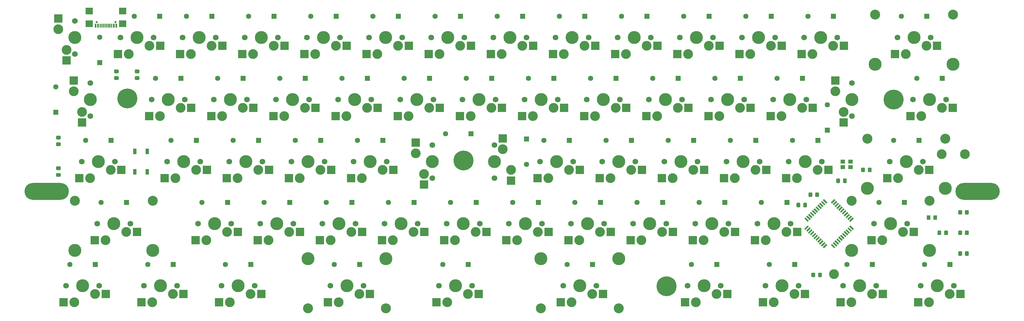
<source format=gbr>
G04 #@! TF.GenerationSoftware,KiCad,Pcbnew,(5.1.6)-1*
G04 #@! TF.CreationDate,2020-07-30T14:32:44-07:00*
G04 #@! TF.ProjectId,keyboard_test6,6b657962-6f61-4726-945f-74657374362e,rev?*
G04 #@! TF.SameCoordinates,Original*
G04 #@! TF.FileFunction,Soldermask,Bot*
G04 #@! TF.FilePolarity,Negative*
%FSLAX46Y46*%
G04 Gerber Fmt 4.6, Leading zero omitted, Abs format (unit mm)*
G04 Created by KiCad (PCBNEW (5.1.6)-1) date 2020-07-30 14:32:44*
%MOMM*%
%LPD*%
G01*
G04 APERTURE LIST*
%ADD10C,3.000000*%
%ADD11C,0.650000*%
%ADD12R,2.180000X2.000000*%
%ADD13R,0.300000X1.150000*%
%ADD14R,0.600000X1.150000*%
%ADD15C,1.600000*%
%ADD16R,1.600000X1.600000*%
%ADD17O,13.600000X5.200000*%
%ADD18C,6.100000*%
%ADD19C,3.987800*%
%ADD20C,3.048000*%
%ADD21R,2.550000X2.500000*%
%ADD22C,1.750000*%
%ADD23R,2.500000X2.550000*%
%ADD24R,1.000000X1.700000*%
%ADD25C,0.100000*%
%ADD26R,1.400000X1.200000*%
G04 APERTURE END LIST*
D10*
X426146000Y-183534000D03*
X419034000Y-183534000D03*
X386014000Y-220364000D03*
D11*
X165752000Y-143000000D03*
X159972000Y-143000000D03*
D12*
X167972000Y-139570000D03*
X157752000Y-139570000D03*
X167972000Y-143500000D03*
X157752000Y-143500000D03*
D13*
X163112000Y-144075000D03*
X162612000Y-144075000D03*
X163612000Y-144075000D03*
X162112000Y-144075000D03*
X164112000Y-144075000D03*
X161612000Y-144075000D03*
X164612000Y-144075000D03*
X161112000Y-144075000D03*
D14*
X166062000Y-144075000D03*
X165262000Y-144075000D03*
X160462000Y-144075000D03*
X159662000Y-144075000D03*
D15*
X339938000Y-141212000D03*
D16*
X347738000Y-141212000D03*
D15*
X171488000Y-141212000D03*
D16*
X179288000Y-141212000D03*
D15*
X187538000Y-141212000D03*
D16*
X195338000Y-141212000D03*
D15*
X206588000Y-141212000D03*
D16*
X214388000Y-141212000D03*
D15*
X225638000Y-141212000D03*
D16*
X233438000Y-141212000D03*
D15*
X244688000Y-141212000D03*
D16*
X252488000Y-141212000D03*
D15*
X263738000Y-141212000D03*
D16*
X271538000Y-141212000D03*
D15*
X282788000Y-141212000D03*
D16*
X290588000Y-141212000D03*
D15*
X301838000Y-141212000D03*
D16*
X309638000Y-141212000D03*
D15*
X320888000Y-141212000D03*
D16*
X328688000Y-141212000D03*
D15*
X182775000Y-179312000D03*
D16*
X190575000Y-179312000D03*
D15*
X342319000Y-217412000D03*
D16*
X350119000Y-217412000D03*
D15*
X199444000Y-217412000D03*
D16*
X207244000Y-217412000D03*
D15*
X268500000Y-198362000D03*
D16*
X276300000Y-198362000D03*
D15*
X232781000Y-217412000D03*
D16*
X240581000Y-217412000D03*
D15*
X406612000Y-141212000D03*
D16*
X414412000Y-141212000D03*
D15*
X411375000Y-160262000D03*
D16*
X419175000Y-160262000D03*
D15*
X230400000Y-198362000D03*
D16*
X238200000Y-198362000D03*
D15*
X156581000Y-179312000D03*
D16*
X164381000Y-179312000D03*
D15*
X368512000Y-160262000D03*
D16*
X376312000Y-160262000D03*
D15*
X325650000Y-198362000D03*
D16*
X333450000Y-198362000D03*
D15*
X266119000Y-217412000D03*
D16*
X273919000Y-217412000D03*
D15*
X413756000Y-217412000D03*
D16*
X421556000Y-217412000D03*
D15*
X151819000Y-217412000D03*
D16*
X159619000Y-217412000D03*
D15*
X220875000Y-179312000D03*
D16*
X228675000Y-179312000D03*
D15*
X344700000Y-198362000D03*
D16*
X352500000Y-198362000D03*
D15*
X216112000Y-160262000D03*
D16*
X223912000Y-160262000D03*
D15*
X404231000Y-179312000D03*
D16*
X412031000Y-179312000D03*
D15*
X378038000Y-141212000D03*
D16*
X385838000Y-141212000D03*
D15*
X160970000Y-147630000D03*
D16*
X160970000Y-155430000D03*
D15*
X239925000Y-179312000D03*
D16*
X247725000Y-179312000D03*
D15*
X266975000Y-177312000D03*
D16*
X274775000Y-177312000D03*
X291780000Y-178872000D03*
D15*
X291780000Y-186672000D03*
X311362000Y-160262000D03*
D16*
X319162000Y-160262000D03*
D15*
X297075000Y-179312000D03*
D16*
X304875000Y-179312000D03*
D15*
X316125000Y-179312000D03*
D16*
X323925000Y-179312000D03*
D15*
X335175000Y-179312000D03*
D16*
X342975000Y-179312000D03*
D15*
X306600000Y-198362000D03*
D16*
X314400000Y-198362000D03*
D15*
X389944000Y-217412000D03*
D16*
X397744000Y-217412000D03*
D15*
X358988000Y-141212000D03*
D16*
X366788000Y-141212000D03*
D15*
X287550000Y-198362000D03*
D16*
X295350000Y-198362000D03*
D15*
X330412000Y-160262000D03*
D16*
X338212000Y-160262000D03*
D15*
X383968000Y-168362000D03*
D16*
X383968000Y-176162000D03*
D15*
X349462000Y-160262000D03*
D16*
X357262000Y-160262000D03*
D15*
X178012000Y-160262000D03*
D16*
X185812000Y-160262000D03*
D15*
X373275000Y-179312000D03*
D16*
X381075000Y-179312000D03*
D15*
X235162000Y-160262000D03*
D16*
X242962000Y-160262000D03*
D15*
X201825000Y-179312000D03*
D16*
X209625000Y-179312000D03*
D15*
X354225000Y-179312000D03*
D16*
X362025000Y-179312000D03*
D15*
X399800000Y-198362000D03*
D16*
X407600000Y-198362000D03*
D15*
X161344000Y-198362000D03*
D16*
X169144000Y-198362000D03*
D15*
X363750000Y-198362000D03*
D16*
X371550000Y-198362000D03*
D15*
X304219000Y-217412000D03*
D16*
X312019000Y-217412000D03*
D15*
X254212000Y-160262000D03*
D16*
X262012000Y-160262000D03*
D15*
X147500000Y-162862000D03*
D16*
X147500000Y-170662000D03*
D15*
X292312000Y-160262000D03*
D16*
X300112000Y-160262000D03*
D15*
X249450000Y-198362000D03*
D16*
X257250000Y-198362000D03*
D15*
X197062000Y-160262000D03*
D16*
X204862000Y-160262000D03*
D15*
X366131000Y-217412000D03*
D16*
X373931000Y-217412000D03*
D15*
X175631000Y-217412000D03*
D16*
X183431000Y-217412000D03*
D15*
X211350000Y-198362000D03*
D16*
X219150000Y-198362000D03*
D15*
X273262000Y-160262000D03*
D16*
X281062000Y-160262000D03*
D15*
X192300000Y-198362000D03*
D16*
X200100000Y-198362000D03*
D17*
X144651000Y-195012000D03*
D18*
X334690000Y-224112000D03*
X169410000Y-166412000D03*
X272405000Y-185512000D03*
X404240000Y-166762000D03*
D17*
X430000000Y-195015000D03*
D19*
X177182000Y-213117000D03*
X153306000Y-213117000D03*
D20*
X177182000Y-197877000D03*
X153306000Y-197877000D03*
D21*
X159402000Y-209942000D03*
X172329000Y-207402000D03*
D22*
X160164000Y-204862000D03*
X170324000Y-204862000D03*
D10*
X169054000Y-207402000D03*
D19*
X165244000Y-204862000D03*
D10*
X162704000Y-209942000D03*
D19*
X422450000Y-155967000D03*
X398574000Y-155967000D03*
D20*
X422450000Y-140727000D03*
X398574000Y-140727000D03*
D21*
X404670000Y-152792000D03*
X417597000Y-150252000D03*
D22*
X405432000Y-147712000D03*
X415592000Y-147712000D03*
D10*
X414322000Y-150252000D03*
D19*
X410512000Y-147712000D03*
D10*
X407972000Y-152792000D03*
D19*
X420069000Y-194067000D03*
X396193000Y-194067000D03*
D20*
X420069000Y-178827000D03*
X396193000Y-178827000D03*
D21*
X402289000Y-190892000D03*
X415216000Y-188352000D03*
D22*
X403051000Y-185812000D03*
X413211000Y-185812000D03*
D10*
X411941000Y-188352000D03*
D19*
X408131000Y-185812000D03*
D10*
X405591000Y-190892000D03*
D19*
X415307000Y-213117000D03*
X391431000Y-213117000D03*
D20*
X415307000Y-197877000D03*
X391431000Y-197877000D03*
D21*
X397527000Y-209942000D03*
X410454000Y-207402000D03*
D22*
X398289000Y-204862000D03*
X408449000Y-204862000D03*
D10*
X407179000Y-207402000D03*
D19*
X403369000Y-204862000D03*
D10*
X400829000Y-209942000D03*
D19*
X248619000Y-215657000D03*
X224743000Y-215657000D03*
D20*
X248619000Y-230897000D03*
X224743000Y-230897000D03*
D21*
X230839000Y-228992000D03*
X243766000Y-226452000D03*
D22*
X231601000Y-223912000D03*
X241761000Y-223912000D03*
D10*
X240491000Y-226452000D03*
D19*
X236681000Y-223912000D03*
D10*
X234141000Y-228992000D03*
X305579000Y-228992000D03*
D19*
X308119000Y-223912000D03*
D10*
X311929000Y-226452000D03*
D22*
X313199000Y-223912000D03*
X303039000Y-223912000D03*
D21*
X315204000Y-226452000D03*
X302277000Y-228992000D03*
D20*
X296181000Y-230897000D03*
X320057000Y-230897000D03*
D19*
X296181000Y-215657000D03*
X320057000Y-215657000D03*
D21*
X411814000Y-228992000D03*
X424741000Y-226452000D03*
D22*
X412576000Y-223912000D03*
X422736000Y-223912000D03*
D10*
X421466000Y-226452000D03*
D19*
X417656000Y-223912000D03*
D10*
X415116000Y-228992000D03*
D21*
X154639000Y-190892000D03*
X167566000Y-188352000D03*
D22*
X155401000Y-185812000D03*
X165561000Y-185812000D03*
D10*
X164291000Y-188352000D03*
D19*
X160481000Y-185812000D03*
D10*
X157941000Y-190892000D03*
D21*
X409433000Y-171842000D03*
X422360000Y-169302000D03*
D22*
X410195000Y-166762000D03*
X420355000Y-166762000D03*
D10*
X419085000Y-169302000D03*
D19*
X415275000Y-166762000D03*
D10*
X412735000Y-171842000D03*
D23*
X148258000Y-141870000D03*
X150798000Y-154797000D03*
D22*
X153338000Y-142632000D03*
X153338000Y-152792000D03*
D10*
X150798000Y-151522000D03*
D19*
X153338000Y-147712000D03*
D10*
X148258000Y-145172000D03*
D21*
X166546000Y-152792000D03*
X179473000Y-150252000D03*
D22*
X167308000Y-147712000D03*
X177468000Y-147712000D03*
D10*
X176198000Y-150252000D03*
D19*
X172388000Y-147712000D03*
D10*
X169848000Y-152792000D03*
D21*
X185596000Y-152792000D03*
X198523000Y-150252000D03*
D22*
X186358000Y-147712000D03*
X196518000Y-147712000D03*
D10*
X195248000Y-150252000D03*
D19*
X191438000Y-147712000D03*
D10*
X188898000Y-152792000D03*
D21*
X204646000Y-152792000D03*
X217573000Y-150252000D03*
D22*
X205408000Y-147712000D03*
X215568000Y-147712000D03*
D10*
X214298000Y-150252000D03*
D19*
X210488000Y-147712000D03*
D10*
X207948000Y-152792000D03*
D21*
X223696000Y-152792000D03*
X236623000Y-150252000D03*
D22*
X224458000Y-147712000D03*
X234618000Y-147712000D03*
D10*
X233348000Y-150252000D03*
D19*
X229538000Y-147712000D03*
D10*
X226998000Y-152792000D03*
D21*
X242746000Y-152792000D03*
X255673000Y-150252000D03*
D22*
X243508000Y-147712000D03*
X253668000Y-147712000D03*
D10*
X252398000Y-150252000D03*
D19*
X248588000Y-147712000D03*
D10*
X246048000Y-152792000D03*
D21*
X261796000Y-152792000D03*
X274723000Y-150252000D03*
D22*
X262558000Y-147712000D03*
X272718000Y-147712000D03*
D10*
X271448000Y-150252000D03*
D19*
X267638000Y-147712000D03*
D10*
X265098000Y-152792000D03*
D21*
X280846000Y-152792000D03*
X293773000Y-150252000D03*
D22*
X281608000Y-147712000D03*
X291768000Y-147712000D03*
D10*
X290498000Y-150252000D03*
D19*
X286688000Y-147712000D03*
D10*
X284148000Y-152792000D03*
D21*
X299896000Y-152792000D03*
X312823000Y-150252000D03*
D22*
X300658000Y-147712000D03*
X310818000Y-147712000D03*
D10*
X309548000Y-150252000D03*
D19*
X305738000Y-147712000D03*
D10*
X303198000Y-152792000D03*
D21*
X318946000Y-152792000D03*
X331873000Y-150252000D03*
D22*
X319708000Y-147712000D03*
X329868000Y-147712000D03*
D10*
X328598000Y-150252000D03*
D19*
X324788000Y-147712000D03*
D10*
X322248000Y-152792000D03*
D21*
X337996000Y-152792000D03*
X350923000Y-150252000D03*
D22*
X338758000Y-147712000D03*
X348918000Y-147712000D03*
D10*
X347648000Y-150252000D03*
D19*
X343838000Y-147712000D03*
D10*
X341298000Y-152792000D03*
D21*
X357046000Y-152792000D03*
X369973000Y-150252000D03*
D22*
X357808000Y-147712000D03*
X367968000Y-147712000D03*
D10*
X366698000Y-150252000D03*
D19*
X362888000Y-147712000D03*
D10*
X360348000Y-152792000D03*
D21*
X376096000Y-152792000D03*
X389023000Y-150252000D03*
D22*
X376858000Y-147712000D03*
X387018000Y-147712000D03*
D10*
X385748000Y-150252000D03*
D19*
X381938000Y-147712000D03*
D10*
X379398000Y-152792000D03*
D21*
X176070000Y-171842000D03*
X188997000Y-169302000D03*
D22*
X176832000Y-166762000D03*
X186992000Y-166762000D03*
D10*
X185722000Y-169302000D03*
D19*
X181912000Y-166762000D03*
D10*
X179372000Y-171842000D03*
D21*
X195120000Y-171842000D03*
X208047000Y-169302000D03*
D22*
X195882000Y-166762000D03*
X206042000Y-166762000D03*
D10*
X204772000Y-169302000D03*
D19*
X200962000Y-166762000D03*
D10*
X198422000Y-171842000D03*
D21*
X214170000Y-171842000D03*
X227097000Y-169302000D03*
D22*
X214932000Y-166762000D03*
X225092000Y-166762000D03*
D10*
X223822000Y-169302000D03*
D19*
X220012000Y-166762000D03*
D10*
X217472000Y-171842000D03*
D21*
X233220000Y-171842000D03*
X246147000Y-169302000D03*
D22*
X233982000Y-166762000D03*
X244142000Y-166762000D03*
D10*
X242872000Y-169302000D03*
D19*
X239062000Y-166762000D03*
D10*
X236522000Y-171842000D03*
D21*
X252270000Y-171842000D03*
X265197000Y-169302000D03*
D22*
X253032000Y-166762000D03*
X263192000Y-166762000D03*
D10*
X261922000Y-169302000D03*
D19*
X258112000Y-166762000D03*
D10*
X255572000Y-171842000D03*
D21*
X271320000Y-171842000D03*
X284247000Y-169302000D03*
D22*
X272082000Y-166762000D03*
X282242000Y-166762000D03*
D10*
X280972000Y-169302000D03*
D19*
X277162000Y-166762000D03*
D10*
X274622000Y-171842000D03*
D21*
X290370000Y-171842000D03*
X303297000Y-169302000D03*
D22*
X291132000Y-166762000D03*
X301292000Y-166762000D03*
D10*
X300022000Y-169302000D03*
D19*
X296212000Y-166762000D03*
D10*
X293672000Y-171842000D03*
D21*
X309420000Y-171842000D03*
X322347000Y-169302000D03*
D22*
X310182000Y-166762000D03*
X320342000Y-166762000D03*
D10*
X319072000Y-169302000D03*
D19*
X315262000Y-166762000D03*
D10*
X312722000Y-171842000D03*
D21*
X328470000Y-171842000D03*
X341397000Y-169302000D03*
D22*
X329232000Y-166762000D03*
X339392000Y-166762000D03*
D10*
X338122000Y-169302000D03*
D19*
X334312000Y-166762000D03*
D10*
X331772000Y-171842000D03*
D21*
X347520000Y-171842000D03*
X360447000Y-169302000D03*
D22*
X348282000Y-166762000D03*
X358442000Y-166762000D03*
D10*
X357172000Y-169302000D03*
D19*
X353362000Y-166762000D03*
D10*
X350822000Y-171842000D03*
D21*
X366570000Y-171842000D03*
X379497000Y-169302000D03*
D22*
X367332000Y-166762000D03*
X377492000Y-166762000D03*
D10*
X376222000Y-169302000D03*
D19*
X372412000Y-166762000D03*
D10*
X369872000Y-171842000D03*
D23*
X386382000Y-160920000D03*
X388922000Y-173847000D03*
D22*
X391462000Y-161682000D03*
X391462000Y-171842000D03*
D10*
X388922000Y-170572000D03*
D19*
X391462000Y-166762000D03*
D10*
X386382000Y-164222000D03*
D21*
X180833000Y-190892000D03*
X193760000Y-188352000D03*
D22*
X181595000Y-185812000D03*
X191755000Y-185812000D03*
D10*
X190485000Y-188352000D03*
D19*
X186675000Y-185812000D03*
D10*
X184135000Y-190892000D03*
D21*
X199883000Y-190892000D03*
X212810000Y-188352000D03*
D22*
X200645000Y-185812000D03*
X210805000Y-185812000D03*
D10*
X209535000Y-188352000D03*
D19*
X205725000Y-185812000D03*
D10*
X203185000Y-190892000D03*
D21*
X218933000Y-190892000D03*
X231860000Y-188352000D03*
D22*
X219695000Y-185812000D03*
X229855000Y-185812000D03*
D10*
X228585000Y-188352000D03*
D19*
X224775000Y-185812000D03*
D10*
X222235000Y-190892000D03*
D21*
X237983000Y-190892000D03*
X250910000Y-188352000D03*
D22*
X238745000Y-185812000D03*
X248905000Y-185812000D03*
D10*
X247635000Y-188352000D03*
D19*
X243825000Y-185812000D03*
D10*
X241285000Y-190892000D03*
D23*
X257795000Y-179970000D03*
X260335000Y-192897000D03*
D22*
X262875000Y-180732000D03*
X262875000Y-190892000D03*
D10*
X260335000Y-189622000D03*
D19*
X262875000Y-185812000D03*
D10*
X257795000Y-183272000D03*
D23*
X287005000Y-191654000D03*
X284465000Y-178727000D03*
D22*
X281925000Y-190892000D03*
X281925000Y-180732000D03*
D10*
X284465000Y-182002000D03*
D19*
X281925000Y-185812000D03*
D10*
X287005000Y-188352000D03*
D21*
X295133000Y-190892000D03*
X308060000Y-188352000D03*
D22*
X295895000Y-185812000D03*
X306055000Y-185812000D03*
D10*
X304785000Y-188352000D03*
D19*
X300975000Y-185812000D03*
D10*
X298435000Y-190892000D03*
D21*
X314183000Y-190892000D03*
X327110000Y-188352000D03*
D22*
X314945000Y-185812000D03*
X325105000Y-185812000D03*
D10*
X323835000Y-188352000D03*
D19*
X320025000Y-185812000D03*
D10*
X317485000Y-190892000D03*
D21*
X333233000Y-190892000D03*
X346160000Y-188352000D03*
D22*
X333995000Y-185812000D03*
X344155000Y-185812000D03*
D10*
X342885000Y-188352000D03*
D19*
X339075000Y-185812000D03*
D10*
X336535000Y-190892000D03*
D21*
X352283000Y-190892000D03*
X365210000Y-188352000D03*
D22*
X353045000Y-185812000D03*
X363205000Y-185812000D03*
D10*
X361935000Y-188352000D03*
D19*
X358125000Y-185812000D03*
D10*
X355585000Y-190892000D03*
D21*
X371333000Y-190892000D03*
X384260000Y-188352000D03*
D22*
X372095000Y-185812000D03*
X382255000Y-185812000D03*
D10*
X380985000Y-188352000D03*
D19*
X377175000Y-185812000D03*
D10*
X374635000Y-190892000D03*
D21*
X190358000Y-209942000D03*
X203285000Y-207402000D03*
D22*
X191120000Y-204862000D03*
X201280000Y-204862000D03*
D10*
X200010000Y-207402000D03*
D19*
X196200000Y-204862000D03*
D10*
X193660000Y-209942000D03*
D21*
X209408000Y-209942000D03*
X222335000Y-207402000D03*
D22*
X210170000Y-204862000D03*
X220330000Y-204862000D03*
D10*
X219060000Y-207402000D03*
D19*
X215250000Y-204862000D03*
D10*
X212710000Y-209942000D03*
D21*
X228458000Y-209942000D03*
X241385000Y-207402000D03*
D22*
X229220000Y-204862000D03*
X239380000Y-204862000D03*
D10*
X238110000Y-207402000D03*
D19*
X234300000Y-204862000D03*
D10*
X231760000Y-209942000D03*
D21*
X247508000Y-209942000D03*
X260435000Y-207402000D03*
D22*
X248270000Y-204862000D03*
X258430000Y-204862000D03*
D10*
X257160000Y-207402000D03*
D19*
X253350000Y-204862000D03*
D10*
X250810000Y-209942000D03*
D21*
X266558000Y-209942000D03*
X279485000Y-207402000D03*
D22*
X267320000Y-204862000D03*
X277480000Y-204862000D03*
D10*
X276210000Y-207402000D03*
D19*
X272400000Y-204862000D03*
D10*
X269860000Y-209942000D03*
D21*
X285608000Y-209942000D03*
X298535000Y-207402000D03*
D22*
X286370000Y-204862000D03*
X296530000Y-204862000D03*
D10*
X295260000Y-207402000D03*
D19*
X291450000Y-204862000D03*
D10*
X288910000Y-209942000D03*
D21*
X304658000Y-209942000D03*
X317585000Y-207402000D03*
D22*
X305420000Y-204862000D03*
X315580000Y-204862000D03*
D10*
X314310000Y-207402000D03*
D19*
X310500000Y-204862000D03*
D10*
X307960000Y-209942000D03*
D21*
X323708000Y-209942000D03*
X336635000Y-207402000D03*
D22*
X324470000Y-204862000D03*
X334630000Y-204862000D03*
D10*
X333360000Y-207402000D03*
D19*
X329550000Y-204862000D03*
D10*
X327010000Y-209942000D03*
D21*
X342758000Y-209942000D03*
X355685000Y-207402000D03*
D22*
X343520000Y-204862000D03*
X353680000Y-204862000D03*
D10*
X352410000Y-207402000D03*
D19*
X348600000Y-204862000D03*
D10*
X346060000Y-209942000D03*
X365110000Y-209942000D03*
D19*
X367650000Y-204862000D03*
D10*
X371460000Y-207402000D03*
D22*
X372730000Y-204862000D03*
X362570000Y-204862000D03*
D21*
X374735000Y-207402000D03*
X361808000Y-209942000D03*
D10*
X176991000Y-228992000D03*
D19*
X179531000Y-223912000D03*
D10*
X183341000Y-226452000D03*
D22*
X184611000Y-223912000D03*
X174451000Y-223912000D03*
D21*
X186616000Y-226452000D03*
X173689000Y-228992000D03*
D10*
X200804000Y-228992000D03*
D19*
X203344000Y-223912000D03*
D10*
X207154000Y-226452000D03*
D22*
X208424000Y-223912000D03*
X198264000Y-223912000D03*
D21*
X210429000Y-226452000D03*
X197502000Y-228992000D03*
X264177000Y-228992000D03*
X277104000Y-226452000D03*
D22*
X264939000Y-223912000D03*
X275099000Y-223912000D03*
D10*
X273829000Y-226452000D03*
D19*
X270019000Y-223912000D03*
D10*
X267479000Y-228992000D03*
D21*
X340377000Y-228992000D03*
X353304000Y-226452000D03*
D22*
X341139000Y-223912000D03*
X351299000Y-223912000D03*
D10*
X350029000Y-226452000D03*
D19*
X346219000Y-223912000D03*
D10*
X343679000Y-228992000D03*
D21*
X364189000Y-228992000D03*
X377116000Y-226452000D03*
D22*
X364951000Y-223912000D03*
X375111000Y-223912000D03*
D10*
X373841000Y-226452000D03*
D19*
X370031000Y-223912000D03*
D10*
X367491000Y-228992000D03*
D21*
X388002000Y-228992000D03*
X400929000Y-226452000D03*
D22*
X388764000Y-223912000D03*
X398924000Y-223912000D03*
D10*
X397654000Y-226452000D03*
D19*
X393844000Y-223912000D03*
D10*
X391304000Y-228992000D03*
X153179000Y-228992000D03*
D19*
X155719000Y-223912000D03*
D10*
X159529000Y-226452000D03*
D22*
X160799000Y-223912000D03*
X150639000Y-223912000D03*
D21*
X162804000Y-226452000D03*
X149877000Y-228992000D03*
G36*
G01*
X389900000Y-191257999D02*
X389900000Y-192158001D01*
G75*
G02*
X389650001Y-192408000I-249999J0D01*
G01*
X388999999Y-192408000D01*
G75*
G02*
X388750000Y-192158001I0J249999D01*
G01*
X388750000Y-191257999D01*
G75*
G02*
X388999999Y-191008000I249999J0D01*
G01*
X389650001Y-191008000D01*
G75*
G02*
X389900000Y-191257999I0J-249999D01*
G01*
G37*
G36*
G01*
X387850000Y-191257999D02*
X387850000Y-192158001D01*
G75*
G02*
X387600001Y-192408000I-249999J0D01*
G01*
X386949999Y-192408000D01*
G75*
G02*
X386700000Y-192158001I0J249999D01*
G01*
X386700000Y-191257999D01*
G75*
G02*
X386949999Y-191008000I249999J0D01*
G01*
X387600001Y-191008000D01*
G75*
G02*
X387850000Y-191257999I0J-249999D01*
G01*
G37*
G36*
G01*
X394320000Y-188810001D02*
X394320000Y-187909999D01*
G75*
G02*
X394569999Y-187660000I249999J0D01*
G01*
X395220001Y-187660000D01*
G75*
G02*
X395470000Y-187909999I0J-249999D01*
G01*
X395470000Y-188810001D01*
G75*
G02*
X395220001Y-189060000I-249999J0D01*
G01*
X394569999Y-189060000D01*
G75*
G02*
X394320000Y-188810001I0J249999D01*
G01*
G37*
G36*
G01*
X396370000Y-188810001D02*
X396370000Y-187909999D01*
G75*
G02*
X396619999Y-187660000I249999J0D01*
G01*
X397270001Y-187660000D01*
G75*
G02*
X397520000Y-187909999I0J-249999D01*
G01*
X397520000Y-188810001D01*
G75*
G02*
X397270001Y-189060000I-249999J0D01*
G01*
X396619999Y-189060000D01*
G75*
G02*
X396370000Y-188810001I0J249999D01*
G01*
G37*
D24*
X171700000Y-182662000D03*
X171700000Y-188962000D03*
X175500000Y-182662000D03*
X175500000Y-188962000D03*
G36*
G01*
X374508000Y-199605001D02*
X374508000Y-198704999D01*
G75*
G02*
X374757999Y-198455000I249999J0D01*
G01*
X375408001Y-198455000D01*
G75*
G02*
X375658000Y-198704999I0J-249999D01*
G01*
X375658000Y-199605001D01*
G75*
G02*
X375408001Y-199855000I-249999J0D01*
G01*
X374757999Y-199855000D01*
G75*
G02*
X374508000Y-199605001I0J249999D01*
G01*
G37*
G36*
G01*
X376558000Y-199605001D02*
X376558000Y-198704999D01*
G75*
G02*
X376807999Y-198455000I249999J0D01*
G01*
X377458001Y-198455000D01*
G75*
G02*
X377708000Y-198704999I0J-249999D01*
G01*
X377708000Y-199605001D01*
G75*
G02*
X377458001Y-199855000I-249999J0D01*
G01*
X376807999Y-199855000D01*
G75*
G02*
X376558000Y-199605001I0J249999D01*
G01*
G37*
G36*
G01*
X414400000Y-203450001D02*
X414400000Y-202549999D01*
G75*
G02*
X414649999Y-202300000I249999J0D01*
G01*
X415300001Y-202300000D01*
G75*
G02*
X415550000Y-202549999I0J-249999D01*
G01*
X415550000Y-203450001D01*
G75*
G02*
X415300001Y-203700000I-249999J0D01*
G01*
X414649999Y-203700000D01*
G75*
G02*
X414400000Y-203450001I0J249999D01*
G01*
G37*
G36*
G01*
X416450000Y-203450001D02*
X416450000Y-202549999D01*
G75*
G02*
X416699999Y-202300000I249999J0D01*
G01*
X417350001Y-202300000D01*
G75*
G02*
X417600000Y-202549999I0J-249999D01*
G01*
X417600000Y-203450001D01*
G75*
G02*
X417350001Y-203700000I-249999J0D01*
G01*
X416699999Y-203700000D01*
G75*
G02*
X416450000Y-203450001I0J249999D01*
G01*
G37*
G36*
G01*
X417719000Y-208128001D02*
X417719000Y-207227999D01*
G75*
G02*
X417968999Y-206978000I249999J0D01*
G01*
X418619001Y-206978000D01*
G75*
G02*
X418869000Y-207227999I0J-249999D01*
G01*
X418869000Y-208128001D01*
G75*
G02*
X418619001Y-208378000I-249999J0D01*
G01*
X417968999Y-208378000D01*
G75*
G02*
X417719000Y-208128001I0J249999D01*
G01*
G37*
G36*
G01*
X419769000Y-208128001D02*
X419769000Y-207227999D01*
G75*
G02*
X420018999Y-206978000I249999J0D01*
G01*
X420669001Y-206978000D01*
G75*
G02*
X420919000Y-207227999I0J-249999D01*
G01*
X420919000Y-208128001D01*
G75*
G02*
X420669001Y-208378000I-249999J0D01*
G01*
X420018999Y-208378000D01*
G75*
G02*
X419769000Y-208128001I0J249999D01*
G01*
G37*
G36*
G01*
X424094000Y-214502001D02*
X424094000Y-213601999D01*
G75*
G02*
X424343999Y-213352000I249999J0D01*
G01*
X424994001Y-213352000D01*
G75*
G02*
X425244000Y-213601999I0J-249999D01*
G01*
X425244000Y-214502001D01*
G75*
G02*
X424994001Y-214752000I-249999J0D01*
G01*
X424343999Y-214752000D01*
G75*
G02*
X424094000Y-214502001I0J249999D01*
G01*
G37*
G36*
G01*
X426144000Y-214502001D02*
X426144000Y-213601999D01*
G75*
G02*
X426393999Y-213352000I249999J0D01*
G01*
X427044001Y-213352000D01*
G75*
G02*
X427294000Y-213601999I0J-249999D01*
G01*
X427294000Y-214502001D01*
G75*
G02*
X427044001Y-214752000I-249999J0D01*
G01*
X426393999Y-214752000D01*
G75*
G02*
X426144000Y-214502001I0J249999D01*
G01*
G37*
G36*
G01*
X424094000Y-208128001D02*
X424094000Y-207227999D01*
G75*
G02*
X424343999Y-206978000I249999J0D01*
G01*
X424994001Y-206978000D01*
G75*
G02*
X425244000Y-207227999I0J-249999D01*
G01*
X425244000Y-208128001D01*
G75*
G02*
X424994001Y-208378000I-249999J0D01*
G01*
X424343999Y-208378000D01*
G75*
G02*
X424094000Y-208128001I0J249999D01*
G01*
G37*
G36*
G01*
X426144000Y-208128001D02*
X426144000Y-207227999D01*
G75*
G02*
X426393999Y-206978000I249999J0D01*
G01*
X427044001Y-206978000D01*
G75*
G02*
X427294000Y-207227999I0J-249999D01*
G01*
X427294000Y-208128001D01*
G75*
G02*
X427044001Y-208378000I-249999J0D01*
G01*
X426393999Y-208378000D01*
G75*
G02*
X426144000Y-208128001I0J249999D01*
G01*
G37*
G36*
G01*
X424094000Y-201846001D02*
X424094000Y-200945999D01*
G75*
G02*
X424343999Y-200696000I249999J0D01*
G01*
X424994001Y-200696000D01*
G75*
G02*
X425244000Y-200945999I0J-249999D01*
G01*
X425244000Y-201846001D01*
G75*
G02*
X424994001Y-202096000I-249999J0D01*
G01*
X424343999Y-202096000D01*
G75*
G02*
X424094000Y-201846001I0J249999D01*
G01*
G37*
G36*
G01*
X426144000Y-201846001D02*
X426144000Y-200945999D01*
G75*
G02*
X426393999Y-200696000I249999J0D01*
G01*
X427044001Y-200696000D01*
G75*
G02*
X427294000Y-200945999I0J-249999D01*
G01*
X427294000Y-201846001D01*
G75*
G02*
X427044001Y-202096000I-249999J0D01*
G01*
X426393999Y-202096000D01*
G75*
G02*
X426144000Y-201846001I0J249999D01*
G01*
G37*
G36*
G01*
X381391000Y-195529999D02*
X381391000Y-196430001D01*
G75*
G02*
X381141001Y-196680000I-249999J0D01*
G01*
X380490999Y-196680000D01*
G75*
G02*
X380241000Y-196430001I0J249999D01*
G01*
X380241000Y-195529999D01*
G75*
G02*
X380490999Y-195280000I249999J0D01*
G01*
X381141001Y-195280000D01*
G75*
G02*
X381391000Y-195529999I0J-249999D01*
G01*
G37*
G36*
G01*
X379341000Y-195529999D02*
X379341000Y-196430001D01*
G75*
G02*
X379091001Y-196680000I-249999J0D01*
G01*
X378440999Y-196680000D01*
G75*
G02*
X378191000Y-196430001I0J249999D01*
G01*
X378191000Y-195529999D01*
G75*
G02*
X378440999Y-195280000I249999J0D01*
G01*
X379091001Y-195280000D01*
G75*
G02*
X379341000Y-195529999I0J-249999D01*
G01*
G37*
G36*
G01*
X381130000Y-221068001D02*
X381130000Y-220167999D01*
G75*
G02*
X381379999Y-219918000I249999J0D01*
G01*
X382030001Y-219918000D01*
G75*
G02*
X382280000Y-220167999I0J-249999D01*
G01*
X382280000Y-221068001D01*
G75*
G02*
X382030001Y-221318000I-249999J0D01*
G01*
X381379999Y-221318000D01*
G75*
G02*
X381130000Y-221068001I0J249999D01*
G01*
G37*
G36*
G01*
X379080000Y-221068001D02*
X379080000Y-220167999D01*
G75*
G02*
X379329999Y-219918000I249999J0D01*
G01*
X379980001Y-219918000D01*
G75*
G02*
X380230000Y-220167999I0J-249999D01*
G01*
X380230000Y-221068001D01*
G75*
G02*
X379980001Y-221318000I-249999J0D01*
G01*
X379329999Y-221318000D01*
G75*
G02*
X379080000Y-221068001I0J249999D01*
G01*
G37*
G36*
G01*
X171949999Y-157550000D02*
X172850001Y-157550000D01*
G75*
G02*
X173100000Y-157799999I0J-249999D01*
G01*
X173100000Y-158450001D01*
G75*
G02*
X172850001Y-158700000I-249999J0D01*
G01*
X171949999Y-158700000D01*
G75*
G02*
X171700000Y-158450001I0J249999D01*
G01*
X171700000Y-157799999D01*
G75*
G02*
X171949999Y-157550000I249999J0D01*
G01*
G37*
G36*
G01*
X171949999Y-159600000D02*
X172850001Y-159600000D01*
G75*
G02*
X173100000Y-159849999I0J-249999D01*
G01*
X173100000Y-160500001D01*
G75*
G02*
X172850001Y-160750000I-249999J0D01*
G01*
X171949999Y-160750000D01*
G75*
G02*
X171700000Y-160500001I0J249999D01*
G01*
X171700000Y-159849999D01*
G75*
G02*
X171949999Y-159600000I249999J0D01*
G01*
G37*
G36*
G01*
X165599999Y-159600000D02*
X166500001Y-159600000D01*
G75*
G02*
X166750000Y-159849999I0J-249999D01*
G01*
X166750000Y-160500001D01*
G75*
G02*
X166500001Y-160750000I-249999J0D01*
G01*
X165599999Y-160750000D01*
G75*
G02*
X165350000Y-160500001I0J249999D01*
G01*
X165350000Y-159849999D01*
G75*
G02*
X165599999Y-159600000I249999J0D01*
G01*
G37*
G36*
G01*
X165599999Y-157550000D02*
X166500001Y-157550000D01*
G75*
G02*
X166750000Y-157799999I0J-249999D01*
G01*
X166750000Y-158450001D01*
G75*
G02*
X166500001Y-158700000I-249999J0D01*
G01*
X165599999Y-158700000D01*
G75*
G02*
X165350000Y-158450001I0J249999D01*
G01*
X165350000Y-157799999D01*
G75*
G02*
X165599999Y-157550000I249999J0D01*
G01*
G37*
G36*
G01*
X148720001Y-181070000D02*
X147819999Y-181070000D01*
G75*
G02*
X147570000Y-180820001I0J249999D01*
G01*
X147570000Y-180169999D01*
G75*
G02*
X147819999Y-179920000I249999J0D01*
G01*
X148720001Y-179920000D01*
G75*
G02*
X148970000Y-180169999I0J-249999D01*
G01*
X148970000Y-180820001D01*
G75*
G02*
X148720001Y-181070000I-249999J0D01*
G01*
G37*
G36*
G01*
X148720001Y-179020000D02*
X147819999Y-179020000D01*
G75*
G02*
X147570000Y-178770001I0J249999D01*
G01*
X147570000Y-178119999D01*
G75*
G02*
X147819999Y-177870000I249999J0D01*
G01*
X148720001Y-177870000D01*
G75*
G02*
X148970000Y-178119999I0J-249999D01*
G01*
X148970000Y-178770001D01*
G75*
G02*
X148720001Y-179020000I-249999J0D01*
G01*
G37*
G36*
G01*
X147819999Y-189350000D02*
X148720001Y-189350000D01*
G75*
G02*
X148970000Y-189599999I0J-249999D01*
G01*
X148970000Y-190250001D01*
G75*
G02*
X148720001Y-190500000I-249999J0D01*
G01*
X147819999Y-190500000D01*
G75*
G02*
X147570000Y-190250001I0J249999D01*
G01*
X147570000Y-189599999D01*
G75*
G02*
X147819999Y-189350000I249999J0D01*
G01*
G37*
G36*
G01*
X147819999Y-187300000D02*
X148720001Y-187300000D01*
G75*
G02*
X148970000Y-187549999I0J-249999D01*
G01*
X148970000Y-188200001D01*
G75*
G02*
X148720001Y-188450000I-249999J0D01*
G01*
X147819999Y-188450000D01*
G75*
G02*
X147570000Y-188200001I0J249999D01*
G01*
X147570000Y-187549999D01*
G75*
G02*
X147819999Y-187300000I249999J0D01*
G01*
G37*
D25*
G36*
X378311584Y-205768025D02*
G01*
X377269874Y-206809735D01*
X376910664Y-206450525D01*
X377952374Y-205408815D01*
X378311584Y-205768025D01*
G37*
G36*
X378868360Y-206324801D02*
G01*
X377826650Y-207366511D01*
X377467440Y-207007301D01*
X378509150Y-205965591D01*
X378868360Y-206324801D01*
G37*
G36*
X379443096Y-206899538D02*
G01*
X378401386Y-207941248D01*
X378042176Y-207582038D01*
X379083886Y-206540328D01*
X379443096Y-206899538D01*
G37*
G36*
X379999872Y-207456313D02*
G01*
X378958162Y-208498023D01*
X378598952Y-208138813D01*
X379640662Y-207097103D01*
X379999872Y-207456313D01*
G37*
G36*
X380574608Y-208031050D02*
G01*
X379532898Y-209072760D01*
X379173688Y-208713550D01*
X380215398Y-207671840D01*
X380574608Y-208031050D01*
G37*
G36*
X381131384Y-208587826D02*
G01*
X380089674Y-209629536D01*
X379730464Y-209270326D01*
X380772174Y-208228616D01*
X381131384Y-208587826D01*
G37*
G36*
X381688160Y-209144602D02*
G01*
X380646450Y-210186312D01*
X380287240Y-209827102D01*
X381328950Y-208785392D01*
X381688160Y-209144602D01*
G37*
G36*
X382262897Y-209719338D02*
G01*
X381221187Y-210761048D01*
X380861977Y-210401838D01*
X381903687Y-209360128D01*
X382262897Y-209719338D01*
G37*
G36*
X382819672Y-210276114D02*
G01*
X381777962Y-211317824D01*
X381418752Y-210958614D01*
X382460462Y-209916904D01*
X382819672Y-210276114D01*
G37*
G36*
X383394409Y-210850850D02*
G01*
X382352699Y-211892560D01*
X381993489Y-211533350D01*
X383035199Y-210491640D01*
X383394409Y-210850850D01*
G37*
G36*
X383951185Y-211407626D02*
G01*
X382909475Y-212449336D01*
X382550265Y-212090126D01*
X383591975Y-211048416D01*
X383951185Y-211407626D01*
G37*
G36*
X386070525Y-212449336D02*
G01*
X385028815Y-211407626D01*
X385388025Y-211048416D01*
X386429735Y-212090126D01*
X386070525Y-212449336D01*
G37*
G36*
X386627301Y-211892560D02*
G01*
X385585591Y-210850850D01*
X385944801Y-210491640D01*
X386986511Y-211533350D01*
X386627301Y-211892560D01*
G37*
G36*
X387202038Y-211317824D02*
G01*
X386160328Y-210276114D01*
X386519538Y-209916904D01*
X387561248Y-210958614D01*
X387202038Y-211317824D01*
G37*
G36*
X387758813Y-210761048D02*
G01*
X386717103Y-209719338D01*
X387076313Y-209360128D01*
X388118023Y-210401838D01*
X387758813Y-210761048D01*
G37*
G36*
X388333550Y-210186312D02*
G01*
X387291840Y-209144602D01*
X387651050Y-208785392D01*
X388692760Y-209827102D01*
X388333550Y-210186312D01*
G37*
G36*
X388890326Y-209629536D02*
G01*
X387848616Y-208587826D01*
X388207826Y-208228616D01*
X389249536Y-209270326D01*
X388890326Y-209629536D01*
G37*
G36*
X389447102Y-209072760D02*
G01*
X388405392Y-208031050D01*
X388764602Y-207671840D01*
X389806312Y-208713550D01*
X389447102Y-209072760D01*
G37*
G36*
X390021838Y-208498023D02*
G01*
X388980128Y-207456313D01*
X389339338Y-207097103D01*
X390381048Y-208138813D01*
X390021838Y-208498023D01*
G37*
G36*
X390578614Y-207941248D02*
G01*
X389536904Y-206899538D01*
X389896114Y-206540328D01*
X390937824Y-207582038D01*
X390578614Y-207941248D01*
G37*
G36*
X391153350Y-207366511D02*
G01*
X390111640Y-206324801D01*
X390470850Y-205965591D01*
X391512560Y-207007301D01*
X391153350Y-207366511D01*
G37*
G36*
X391710126Y-206809735D02*
G01*
X390668416Y-205768025D01*
X391027626Y-205408815D01*
X392069336Y-206450525D01*
X391710126Y-206809735D01*
G37*
G36*
X392069336Y-203289475D02*
G01*
X391027626Y-204331185D01*
X390668416Y-203971975D01*
X391710126Y-202930265D01*
X392069336Y-203289475D01*
G37*
G36*
X391512560Y-202732699D02*
G01*
X390470850Y-203774409D01*
X390111640Y-203415199D01*
X391153350Y-202373489D01*
X391512560Y-202732699D01*
G37*
G36*
X390937824Y-202157962D02*
G01*
X389896114Y-203199672D01*
X389536904Y-202840462D01*
X390578614Y-201798752D01*
X390937824Y-202157962D01*
G37*
G36*
X390381048Y-201601187D02*
G01*
X389339338Y-202642897D01*
X388980128Y-202283687D01*
X390021838Y-201241977D01*
X390381048Y-201601187D01*
G37*
G36*
X389806312Y-201026450D02*
G01*
X388764602Y-202068160D01*
X388405392Y-201708950D01*
X389447102Y-200667240D01*
X389806312Y-201026450D01*
G37*
G36*
X389249536Y-200469674D02*
G01*
X388207826Y-201511384D01*
X387848616Y-201152174D01*
X388890326Y-200110464D01*
X389249536Y-200469674D01*
G37*
G36*
X388692760Y-199912898D02*
G01*
X387651050Y-200954608D01*
X387291840Y-200595398D01*
X388333550Y-199553688D01*
X388692760Y-199912898D01*
G37*
G36*
X388118023Y-199338162D02*
G01*
X387076313Y-200379872D01*
X386717103Y-200020662D01*
X387758813Y-198978952D01*
X388118023Y-199338162D01*
G37*
G36*
X387561248Y-198781386D02*
G01*
X386519538Y-199823096D01*
X386160328Y-199463886D01*
X387202038Y-198422176D01*
X387561248Y-198781386D01*
G37*
G36*
X386986511Y-198206650D02*
G01*
X385944801Y-199248360D01*
X385585591Y-198889150D01*
X386627301Y-197847440D01*
X386986511Y-198206650D01*
G37*
G36*
X386429735Y-197649874D02*
G01*
X385388025Y-198691584D01*
X385028815Y-198332374D01*
X386070525Y-197290664D01*
X386429735Y-197649874D01*
G37*
G36*
X383591975Y-198691584D02*
G01*
X382550265Y-197649874D01*
X382909475Y-197290664D01*
X383951185Y-198332374D01*
X383591975Y-198691584D01*
G37*
G36*
X383035199Y-199248360D02*
G01*
X381993489Y-198206650D01*
X382352699Y-197847440D01*
X383394409Y-198889150D01*
X383035199Y-199248360D01*
G37*
G36*
X382460462Y-199823096D02*
G01*
X381418752Y-198781386D01*
X381777962Y-198422176D01*
X382819672Y-199463886D01*
X382460462Y-199823096D01*
G37*
G36*
X381903687Y-200379872D02*
G01*
X380861977Y-199338162D01*
X381221187Y-198978952D01*
X382262897Y-200020662D01*
X381903687Y-200379872D01*
G37*
G36*
X381328950Y-200954608D02*
G01*
X380287240Y-199912898D01*
X380646450Y-199553688D01*
X381688160Y-200595398D01*
X381328950Y-200954608D01*
G37*
G36*
X380772174Y-201511384D02*
G01*
X379730464Y-200469674D01*
X380089674Y-200110464D01*
X381131384Y-201152174D01*
X380772174Y-201511384D01*
G37*
G36*
X380215398Y-202068160D02*
G01*
X379173688Y-201026450D01*
X379532898Y-200667240D01*
X380574608Y-201708950D01*
X380215398Y-202068160D01*
G37*
G36*
X379640662Y-202642897D02*
G01*
X378598952Y-201601187D01*
X378958162Y-201241977D01*
X379999872Y-202283687D01*
X379640662Y-202642897D01*
G37*
G36*
X379083886Y-203199672D02*
G01*
X378042176Y-202157962D01*
X378401386Y-201798752D01*
X379443096Y-202840462D01*
X379083886Y-203199672D01*
G37*
G36*
X378509150Y-203774409D02*
G01*
X377467440Y-202732699D01*
X377826650Y-202373489D01*
X378868360Y-203415199D01*
X378509150Y-203774409D01*
G37*
G36*
X377952374Y-204331185D02*
G01*
X376910664Y-203289475D01*
X377269874Y-202930265D01*
X378311584Y-203971975D01*
X377952374Y-204331185D01*
G37*
D26*
X391078000Y-185858000D03*
X388678000Y-185858000D03*
X391078000Y-187558000D03*
X388678000Y-187558000D03*
D10*
X153020000Y-164222000D03*
D19*
X158100000Y-166762000D03*
D10*
X155560000Y-170572000D03*
D22*
X158100000Y-171842000D03*
X158100000Y-161682000D03*
D23*
X155560000Y-173847000D03*
X153020000Y-160920000D03*
M02*

</source>
